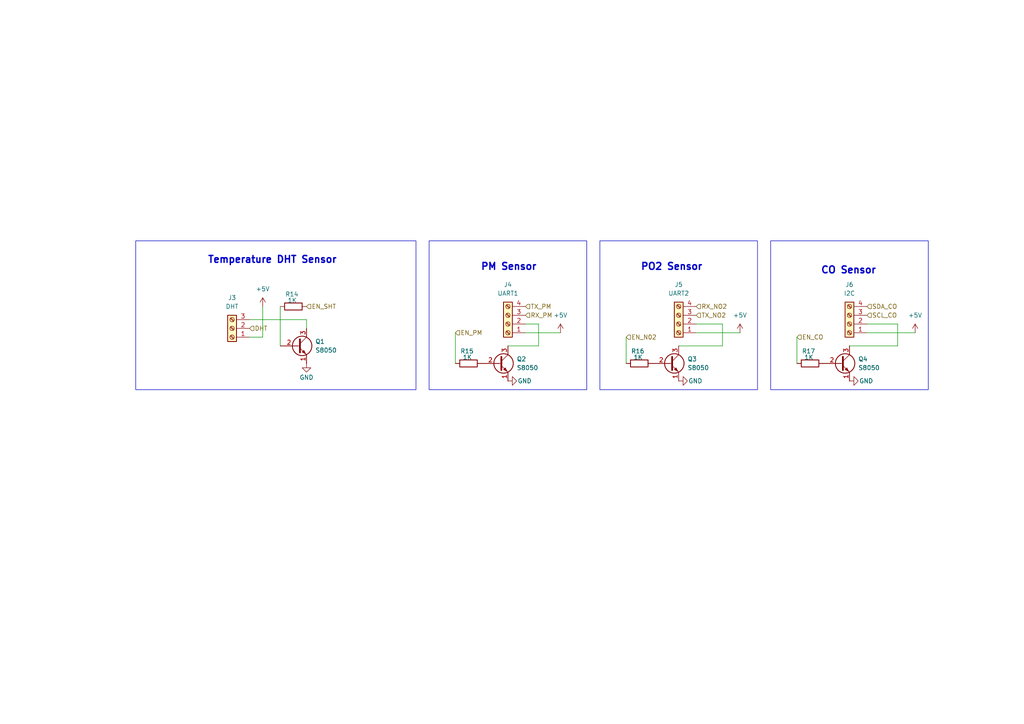
<source format=kicad_sch>
(kicad_sch (version 20231120) (generator "eeschema") (generator_version "8.0")
  (paper "A4")
  (lib_symbols
    (symbol "Connector:Screw_Terminal_01x03" (pin_names (offset 1.016) hide)
      (property "Reference" "J" (at 0 5.08 0))
      (property "Value" "Screw_Terminal_01x03" (at 0 -5.08 0))
      (symbol "Screw_Terminal_01x03_1_1"
        (rectangle (start -1.27 3.81) (end 1.27 -3.81) (stroke (width 0.254)) (fill (type background)))
        (circle (center 0 -2.54) (radius 0.635) (stroke (width 0.1524)))
        (polyline (pts (xy -0.5334 -2.2098) (xy 0.3302 -3.048)) (stroke (width 0.1524)))
        (polyline (pts (xy -0.5334 0.3302) (xy 0.3302 -0.508)) (stroke (width 0.1524)))
        (polyline (pts (xy -0.5334 2.8702) (xy 0.3302 2.032)) (stroke (width 0.1524)))
        (polyline (pts (xy -0.3556 -2.032) (xy 0.508 -2.8702)) (stroke (width 0.1524)))
        (polyline (pts (xy -0.3556 0.508) (xy 0.508 -0.3302)) (stroke (width 0.1524)))
        (polyline (pts (xy -0.3556 3.048) (xy 0.508 2.2098)) (stroke (width 0.1524)))
        (circle (center 0 0) (radius 0.635) (stroke (width 0.1524)))
        (circle (center 0 2.54) (radius 0.635) (stroke (width 0.1524)))
        (pin passive line (at -5.08 2.54 0) (length 3.81) (name "Pin_1") (number "1"))
        (pin passive line (at -5.08 0 0) (length 3.81) (name "Pin_2") (number "2"))
        (pin passive line (at -5.08 -2.54 0) (length 3.81) (name "Pin_3") (number "3"))
      )
    )
    (symbol "Connector:Screw_Terminal_01x04" (pin_names (offset 1.016) hide)
      (property "Reference" "J" (at 0 5.08 0))
      (property "Value" "Screw_Terminal_01x04" (at 0 -7.62 0))
      (symbol "Screw_Terminal_01x04_1_1"
        (rectangle (start -1.27 3.81) (end 1.27 -6.35) (stroke (width 0.254)) (fill (type background)))
        (circle (center 0 -5.08) (radius 0.635) (stroke (width 0.1524)))
        (circle (center 0 -2.54) (radius 0.635) (stroke (width 0.1524)))
        (polyline (pts (xy -0.5334 -4.7498) (xy 0.3302 -5.588)) (stroke (width 0.1524)))
        (polyline (pts (xy -0.5334 -2.2098) (xy 0.3302 -3.048)) (stroke (width 0.1524)))
        (polyline (pts (xy -0.5334 0.3302) (xy 0.3302 -0.508)) (stroke (width 0.1524)))
        (polyline (pts (xy -0.5334 2.8702) (xy 0.3302 2.032)) (stroke (width 0.1524)))
        (polyline (pts (xy -0.3556 -4.572) (xy 0.508 -5.4102)) (stroke (width 0.1524)))
        (polyline (pts (xy -0.3556 -2.032) (xy 0.508 -2.8702)) (stroke (width 0.1524)))
        (polyline (pts (xy -0.3556 0.508) (xy 0.508 -0.3302)) (stroke (width 0.1524)))
        (polyline (pts (xy -0.3556 3.048) (xy 0.508 2.2098)) (stroke (width 0.1524)))
        (circle (center 0 0) (radius 0.635) (stroke (width 0.1524)))
        (circle (center 0 2.54) (radius 0.635) (stroke (width 0.1524)))
        (pin passive line (at -5.08 2.54 0) (length 3.81) (name "Pin_1") (number "1"))
        (pin passive line (at -5.08 0 0) (length 3.81) (name "Pin_2") (number "2"))
        (pin passive line (at -5.08 -2.54 0) (length 3.81) (name "Pin_3") (number "3"))
        (pin passive line (at -5.08 -5.08 0) (length 3.81) (name "Pin_4") (number "4"))
      )
    )
    (symbol "Device:R" (pin_numbers hide) (pin_names (offset 0))
      (property "Reference" "R" (at 2.032 0 90))
      (property "Value" "R" (at 0 0 90))
      (symbol "R_0_1"
        (rectangle (start -1.016 -2.54) (end 1.016 2.54) (stroke (width 0.254)))
      )
      (symbol "R_1_1"
        (pin passive line (at 0 3.81 270) (length 1.27) (name "~") (number "1"))
        (pin passive line (at 0 -3.81 90) (length 1.27) (name "~") (number "2"))
      )
    )
    (symbol "GND_2" (power) (pin_numbers hide) (pin_names (offset 0) hide)
      (property "Value" "GND" (at 0 -3.81 0))
      (symbol "GND_2_0_1"
        (polyline (pts (xy 0 0) (xy 0 -1.27) (xy 1.27 -1.27) (xy 0 -2.54) (xy -1.27 -1.27) (xy 0 -1.27)))
      )
      (symbol "GND_2_1_1"
        (pin power_in line (at 0 0 270) (length 0) (name "~") (number "1"))
      )
    )
    (symbol "Transistor_BJT:S8050" (pin_names (offset 0) hide)
      (property "Reference" "Q" (at 5.08 1.905 0))
      (property "Value" "S8050" (at 5.08 0 0))
      (symbol "S8050_0_1"
        (polyline (pts (xy 0 0) (xy 0.635 0)))
        (polyline (pts (xy 0.635 0.635) (xy 2.54 2.54)))
        (polyline (pts (xy 0.635 -0.635) (xy 2.54 -2.54) (xy 2.54 -2.54)))
        (polyline (pts (xy 0.635 1.905) (xy 0.635 -1.905) (xy 0.635 -1.905)) (stroke (width 0.508)))
        (polyline (pts (xy 1.27 -1.778) (xy 1.778 -1.27) (xy 2.286 -2.286) (xy 1.27 -1.778) (xy 1.27 -1.778)) (fill (type outline)))
        (circle (center 1.27 0) (radius 2.8194) (stroke (width 0.254)))
      )
      (symbol "S8050_1_1"
        (pin passive line (at 2.54 -5.08 90) (length 2.54) (name "E") (number "1"))
        (pin input line (at -5.08 0 0) (length 5.08) (name "B") (number "2"))
        (pin passive line (at 2.54 5.08 270) (length 2.54) (name "C") (number "3"))
      )
    )
    (symbol "power:+5V" (power) (pin_numbers hide) (pin_names (offset 0) hide)
      (property "Value" "+5V" (at 0 3.556 0))
      (symbol "+5V_0_1"
        (polyline (pts (xy -0.762 1.27) (xy 0 2.54)))
        (polyline (pts (xy 0 0) (xy 0 2.54)))
        (polyline (pts (xy 0 2.54) (xy 0.762 1.27)))
      )
      (symbol "+5V_1_1"
        (pin power_in line (at 0 0 90) (length 0) (name "~") (number "1"))
      )
    )
    (symbol "power:GND" (power) (pin_numbers hide) (pin_names (offset 0) hide)
      (property "Value" "GND" (at 0 -3.81 0))
      (symbol "GND_0_1"
        (polyline (pts (xy 0 0) (xy 0 -1.27) (xy 1.27 -1.27) (xy 0 -2.54) (xy -1.27 -1.27) (xy 0 -1.27)))
      )
      (symbol "GND_1_1"
        (pin power_in line (at 0 0 270) (length 0) (name "~") (number "1"))
      )
    )
  )
  (wire (pts (xy 132.08 96.52) (xy 132.08 105.41)))
  (wire (pts (xy 181.61 97.79) (xy 181.61 105.41)))
  (wire (pts (xy 201.93 93.98) (xy 209.55 93.98)))
  (wire (pts (xy 88.9 92.71) (xy 88.9 95.25)))
  (wire (pts (xy 209.55 93.98) (xy 209.55 100.33)))
  (wire (pts (xy 72.39 92.71) (xy 88.9 92.71)))
  (wire (pts (xy 201.93 96.52) (xy 214.63 96.52)))
  (wire (pts (xy 246.38 100.33) (xy 260.35 100.33)))
  (wire (pts (xy 76.2 97.79) (xy 72.39 97.79)))
  (wire (pts (xy 76.2 88.9) (xy 76.2 97.79)))
  (wire (pts (xy 251.46 96.52) (xy 265.43 96.52)))
  (wire (pts (xy 147.32 100.33) (xy 156.21 100.33)))
  (wire (pts (xy 156.21 93.98) (xy 152.4 93.98)))
  (wire (pts (xy 251.46 93.98) (xy 260.35 93.98)))
  (wire (pts (xy 260.35 93.98) (xy 260.35 100.33)))
  (wire (pts (xy 81.28 88.9) (xy 81.28 100.33)))
  (wire (pts (xy 156.21 100.33) (xy 156.21 93.98)))
  (wire (pts (xy 209.55 100.33) (xy 196.85 100.33)))
  (wire (pts (xy 152.4 96.52) (xy 162.56 96.52)))
  (wire (pts (xy 231.14 97.79) (xy 231.14 105.41)))
  (rectangle (start 223.52 69.85) (end 269.24 113.03))
  (rectangle (start 124.46 69.85) (end 170.18 113.03))
  (rectangle (start 39.37 69.85) (end 120.65 113.03))
  (rectangle (start 173.99 69.85) (end 219.71 113.03))
  (text "PO2 Sensor" (at 194.818 77.47 0) (effects (font (size 2 2) (thickness 0.4) (bold yes))))
  (text "PM Sensor" (at 147.574 77.47 0) (effects (font (size 2 2) (thickness 0.4) (bold yes))))
  (text "Temperature DHT Sensor" (at 78.994 75.438 0) (effects (font (size 2 2) (thickness 0.4) (bold yes))))
  (text "CO Sensor" (at 246.126 78.486 0) (effects (font (size 2 2) (thickness 0.4) (bold yes))))
  (hierarchical_label "SCL_CO" (shape input) (at 251.46 91.44 0))
  (hierarchical_label "DHT" (shape input) (at 72.39 95.25 0))
  (hierarchical_label "RX_PM" (shape input) (at 152.4 91.44 0))
  (hierarchical_label "RX_NO2" (shape input) (at 201.93 88.9 0))
  (hierarchical_label "EN_SHT" (shape input) (at 88.9 88.9 0))
  (hierarchical_label "TX_NO2" (shape input) (at 201.93 91.44 0))
  (hierarchical_label "SDA_CO" (shape input) (at 251.46 88.9 0))
  (hierarchical_label "TX_PM" (shape input) (at 152.4 88.9 0))
  (hierarchical_label "EN_N02" (shape input) (at 181.61 97.79 0))
  (hierarchical_label "EN_PM" (shape input) (at 132.08 96.52 0))
  (hierarchical_label "EN_CO" (shape input) (at 231.14 97.79 0))
  (symbol (lib_id "power:+5V") (at 214.63 96.52 0) (unit 1)
    (property "Reference" "#PWR040" (effects (hide yes)))
    (property "Value" "+5V" (at 214.63 91.44 0))
    (property "Description" "Power symbol creates a global label with name \"+5V\"" (effects (hide yes)))
  )
  (symbol (lib_name "GND_2") (lib_id "power:GND") (at 88.9 105.41 0) (unit 1)
    (property "Reference" "#PWR036" (effects (hide yes)))
    (property "Value" "GND" (at 88.9 109.474 0))
    (property "Description" "Power symbol creates a global label with name \"GND\" , ground" (effects (hide yes)))
  )
  (symbol (lib_id "power:+5V") (at 162.56 96.52 0) (unit 1)
    (property "Reference" "#PWR038" (effects (hide yes)))
    (property "Value" "+5V" (at 162.56 91.44 0))
    (property "Description" "Power symbol creates a global label with name \"+5V\"" (effects (hide yes)))
  )
  (symbol (lib_id "power:+5V") (at 76.2 88.9 0) (unit 1)
    (property "Reference" "#PWR035" (effects (hide yes)))
    (property "Value" "+5V" (at 76.2 83.82 0))
    (property "Description" "Power symbol creates a global label with name \"+5V\"" (effects (hide yes)))
  )
  (symbol (lib_id "Connector:Screw_Terminal_01x04") (at 246.38 93.98 180) (unit 1)
    (property "Reference" "J6" (at 246.38 82.55 0))
    (property "Value" "I2C" (at 246.38 85.09 0))
    (property "Footprint" "Connector_JST:JST_XH_B4B-XH-A_1x04_P2.50mm_Vertical" (effects (hide yes)))
  )
  (symbol (lib_id "Transistor_BJT:S8050") (at 194.31 105.41 0) (unit 1)
    (property "Reference" "Q3" (at 199.39 104.1399 0) (effects (justify left)))
    (property "Value" "S8050" (at 199.39 106.6799 0) (effects (justify left)))
    (property "Footprint" "Package_TO_SOT_SMD:SOT-23" (effects (hide yes)))
    (property "Datasheet" "http://www.unisonic.com.tw/datasheet/S8050.pdf" (effects (hide yes)))
    (property "Description" "0.7A Ic, 20V Vce, Low Voltage High Current NPN Transistor, TO-92" (effects (hide yes)))
  )
  (symbol (lib_id "Connector:Screw_Terminal_01x04") (at 196.85 93.98 180) (unit 1)
    (property "Reference" "J5" (at 196.85 82.55 0))
    (property "Value" "UART2" (at 196.85 85.09 0))
    (property "Footprint" "Connector_JST:JST_XH_B4B-XH-A_1x04_P2.50mm_Vertical" (effects (hide yes)))
  )
  (symbol (lib_id "Device:R") (at 135.89 105.41 90) (unit 1)
    (property "Reference" "R15" (at 137.414 101.854 90) (effects (justify left)))
    (property "Value" "1K" (at 136.906 103.632 90) (effects (justify left)))
    (property "Footprint" "Resistor_SMD:R_0603_1608Metric" (effects (hide yes)))
    (property "Description" "Resistor" (effects (hide yes)))
  )
  (symbol (lib_id "power:GND") (at 196.85 110.49 90) (unit 1)
    (property "Reference" "#PWR039" (effects (hide yes)))
    (property "Value" "GND" (at 199.644 110.49 90) (effects (justify right)))
    (property "Description" "Power symbol creates a global label with name \"GND\" , ground" (effects (hide yes)))
  )
  (symbol (lib_id "power:GND") (at 147.32 110.49 90) (unit 1)
    (property "Reference" "#PWR037" (effects (hide yes)))
    (property "Value" "GND" (at 150.114 110.49 90) (effects (justify right)))
    (property "Description" "Power symbol creates a global label with name \"GND\" , ground" (effects (hide yes)))
  )
  (symbol (lib_id "Transistor_BJT:S8050") (at 144.78 105.41 0) (unit 1)
    (property "Reference" "Q2" (at 149.86 104.1399 0) (effects (justify left)))
    (property "Value" "S8050" (at 149.86 106.6799 0) (effects (justify left)))
    (property "Footprint" "Package_TO_SOT_SMD:SOT-23" (effects (hide yes)))
    (property "Datasheet" "http://www.unisonic.com.tw/datasheet/S8050.pdf" (effects (hide yes)))
    (property "Description" "0.7A Ic, 20V Vce, Low Voltage High Current NPN Transistor, TO-92" (effects (hide yes)))
  )
  (symbol (lib_id "Connector:Screw_Terminal_01x03") (at 67.31 95.25 180) (unit 1)
    (property "Reference" "J3" (at 67.31 86.36 0))
    (property "Value" "DHT" (at 67.31 88.9 0))
    (property "Footprint" "Connector_JST:JST_XH_B3B-XH-A_1x03_P2.50mm_Vertical" (effects (hide yes)))
    (property "Description" "Generic screw terminal, single row, 01x03, script generated (kicad-library-utils/schlib/autogen/connector/)" (effects (hide yes)))
  )
  (symbol (lib_id "Transistor_BJT:S8050") (at 86.36 100.33 0) (unit 1)
    (property "Reference" "Q1" (at 91.44 99.0599 0) (effects (justify left)))
    (property "Value" "S8050" (at 91.44 101.5999 0) (effects (justify left)))
    (property "Footprint" "Package_TO_SOT_SMD:SOT-23" (effects (hide yes)))
    (property "Datasheet" "http://www.unisonic.com.tw/datasheet/S8050.pdf" (effects (hide yes)))
    (property "Description" "0.7A Ic, 20V Vce, Low Voltage High Current NPN Transistor, TO-92" (effects (hide yes)))
  )
  (symbol (lib_id "Device:R") (at 85.09 88.9 90) (unit 1)
    (property "Reference" "R14" (at 86.614 85.344 90) (effects (justify left)))
    (property "Value" "1K" (at 86.106 87.122 90) (effects (justify left)))
    (property "Footprint" "Resistor_SMD:R_0603_1608Metric" (effects (hide yes)))
    (property "Description" "Resistor" (effects (hide yes)))
  )
  (symbol (lib_id "Device:R") (at 234.95 105.41 90) (unit 1)
    (property "Reference" "R17" (at 236.474 101.854 90) (effects (justify left)))
    (property "Value" "1K" (at 235.966 103.632 90) (effects (justify left)))
    (property "Footprint" "Resistor_SMD:R_0603_1608Metric" (effects (hide yes)))
    (property "Description" "Resistor" (effects (hide yes)))
  )
  (symbol (lib_id "Transistor_BJT:S8050") (at 243.84 105.41 0) (unit 1)
    (property "Reference" "Q4" (at 248.92 104.1399 0) (effects (justify left)))
    (property "Value" "S8050" (at 248.92 106.6799 0) (effects (justify left)))
    (property "Footprint" "Package_TO_SOT_SMD:SOT-23" (effects (hide yes)))
    (property "Datasheet" "http://www.unisonic.com.tw/datasheet/S8050.pdf" (effects (hide yes)))
    (property "Description" "0.7A Ic, 20V Vce, Low Voltage High Current NPN Transistor, TO-92" (effects (hide yes)))
  )
  (symbol (lib_id "Connector:Screw_Terminal_01x04") (at 147.32 93.98 180) (unit 1)
    (property "Reference" "J4" (at 147.32 82.55 0))
    (property "Value" "UART1" (at 147.32 85.09 0))
    (property "Footprint" "Connector_JST:JST_XH_B4B-XH-A_1x04_P2.50mm_Vertical" (effects (hide yes)))
  )
  (symbol (lib_id "power:+5V") (at 265.43 96.52 0) (unit 1)
    (property "Reference" "#PWR042" (effects (hide yes)))
    (property "Value" "+5V" (at 265.43 91.44 0))
    (property "Description" "Power symbol creates a global label with name \"+5V\"" (effects (hide yes)))
  )
  (symbol (lib_id "Device:R") (at 185.42 105.41 90) (unit 1)
    (property "Reference" "R16" (at 186.944 101.854 90) (effects (justify left)))
    (property "Value" "1K" (at 186.436 103.632 90) (effects (justify left)))
    (property "Footprint" "Resistor_SMD:R_0603_1608Metric" (effects (hide yes)))
    (property "Description" "Resistor" (effects (hide yes)))
  )
  (symbol (lib_id "power:GND") (at 246.38 110.49 90) (unit 1)
    (property "Reference" "#PWR041" (effects (hide yes)))
    (property "Value" "GND" (at 249.174 110.49 90) (effects (justify right)))
    (property "Description" "Power symbol creates a global label with name \"GND\" , ground" (effects (hide yes)))
  )
)
</source>
